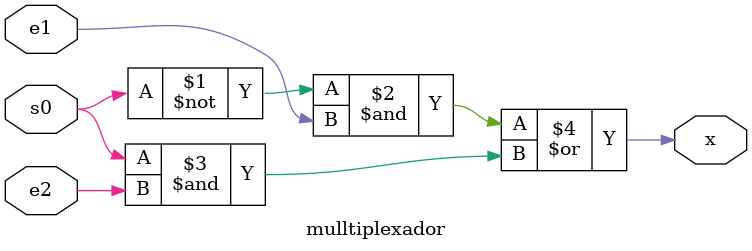
<source format=v>
module mulltiplexador (e1, e2, s0, x);
input e1, e2, s0;
output x;

assign x = ~s0 & e1 | s0 & e2;
endmodule
</source>
